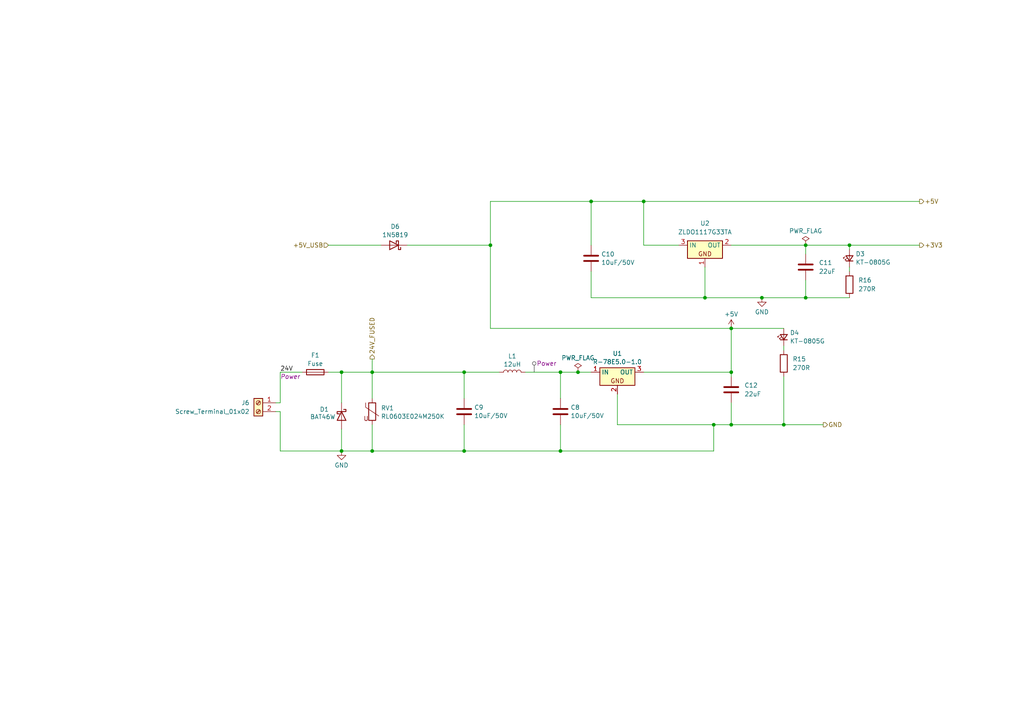
<source format=kicad_sch>
(kicad_sch (version 20250114) (generator "eeschema") (generator_version "9.0")
  (paper "A4")
  (lib_symbols
    (symbol "Connector:Screw_Terminal_01x02" (pin_names (offset 1.016) (hide yes))
      (property "Reference" "J" (at 0 2.54 0))
      (property "Value" "Screw_Terminal_01x02" (at 0 -5.08 0))
      (symbol "Screw_Terminal_01x02_1_1"
        (rectangle (start -1.27 1.27) (end 1.27 -3.81) (stroke (width 0.254)) (fill (type background)))
        (polyline (pts (xy -0.5334 0.3302) (xy 0.3302 -0.508)) (stroke (width 0.1524)))
        (polyline (pts (xy -0.5334 -2.2098) (xy 0.3302 -3.048)) (stroke (width 0.1524)))
        (polyline (pts (xy -0.3556 0.508) (xy 0.508 -0.3302)) (stroke (width 0.1524)))
        (polyline (pts (xy -0.3556 -2.032) (xy 0.508 -2.8702)) (stroke (width 0.1524)))
        (circle (center 0 0) (radius 0.635) (stroke (width 0.1524)))
        (circle (center 0 -2.54) (radius 0.635) (stroke (width 0.1524)))
        (pin passive line (at -5.08 0 0) (length 3.81) (name "Pin_1") (number "1"))
        (pin passive line (at -5.08 -2.54 0) (length 3.81) (name "Pin_2") (number "2"))
      )
    )
    (symbol "Device:C" (pin_numbers (hide yes)) (pin_names (offset 0.254))
      (property "Reference" "C" (at 0.635 2.54 0))
      (property "Value" "C" (at 0.635 -2.54 0))
      (symbol "C_0_1"
        (polyline (pts (xy -2.032 0.762) (xy 2.032 0.762)) (stroke (width 0.508)))
        (polyline (pts (xy -2.032 -0.762) (xy 2.032 -0.762)) (stroke (width 0.508)))
      )
      (symbol "C_1_1"
        (pin passive line (at 0 3.81 270) (length 2.794) (name "~") (number "1"))
        (pin passive line (at 0 -3.81 90) (length 2.794) (name "~") (number "2"))
      )
    )
    (symbol "Device:D_Schottky" (pin_numbers (hide yes)) (pin_names (offset 1.016) (hide yes))
      (property "Reference" "D" (at 0 2.54 0))
      (property "Value" "D_Schottky" (at 0 -2.54 0))
      (symbol "D_Schottky_0_1"
        (polyline (pts (xy -1.905 0.635) (xy -1.905 1.27) (xy -1.27 1.27) (xy -1.27 -1.27) (xy -0.635 -1.27) (xy -0.635 -0.635)) (stroke (width 0.254)))
        (polyline (pts (xy 1.27 1.27) (xy 1.27 -1.27) (xy -1.27 0) (xy 1.27 1.27)) (stroke (width 0.254)))
        (polyline (pts (xy 1.27 0) (xy -1.27 0)))
      )
      (symbol "D_Schottky_1_1"
        (pin passive line (at -3.81 0 0) (length 2.54) (name "K") (number "1"))
        (pin passive line (at 3.81 0 180) (length 2.54) (name "A") (number "2"))
      )
    )
    (symbol "Device:Fuse" (pin_numbers (hide yes)) (pin_names (offset 0))
      (property "Reference" "F" (at 2.032 0 90))
      (property "Value" "Fuse" (at -1.905 0 90))
      (symbol "Fuse_0_1"
        (rectangle (start -0.762 -2.54) (end 0.762 2.54) (stroke (width 0.254)))
        (polyline (pts (xy 0 2.54) (xy 0 -2.54)))
      )
      (symbol "Fuse_1_1"
        (pin passive line (at 0 3.81 270) (length 1.27) (name "~") (number "1"))
        (pin passive line (at 0 -3.81 90) (length 1.27) (name "~") (number "2"))
      )
    )
    (symbol "Device:L" (pin_numbers (hide yes)) (pin_names (offset 1.016) (hide yes))
      (property "Reference" "L" (at -1.27 0 90))
      (property "Value" "L" (at 1.905 0 90))
      (symbol "L_0_1"
        (arc (start 0 2.54) (mid 0.6323 1.905) (end 0 1.27))
        (arc (start 0 1.27) (mid 0.6323 0.635) (end 0 0))
        (arc (start 0 0) (mid 0.6323 -0.635) (end 0 -1.27))
        (arc (start 0 -1.27) (mid 0.6323 -1.905) (end 0 -2.54))
      )
      (symbol "L_1_1"
        (pin passive line (at 0 3.81 270) (length 1.27) (name "1") (number "1"))
        (pin passive line (at 0 -3.81 90) (length 1.27) (name "2") (number "2"))
      )
    )
    (symbol "Device:LED_Small" (pin_numbers (hide yes)) (pin_names (offset 0.254) (hide yes))
      (property "Reference" "D" (at -1.27 3.175 0))
      (property "Value" "LED_Small" (at -4.445 -2.54 0))
      (symbol "LED_Small_0_1"
        (polyline (pts (xy -0.762 -1.016) (xy -0.762 1.016)) (stroke (width 0.254)))
        (polyline (pts (xy 0 0.762) (xy -0.508 1.27) (xy -0.254 1.27) (xy -0.508 1.27) (xy -0.508 1.016)))
        (polyline (pts (xy 0.508 1.27) (xy 0 1.778) (xy 0.254 1.778) (xy 0 1.778) (xy 0 1.524)))
        (polyline (pts (xy 0.762 -1.016) (xy -0.762 0) (xy 0.762 1.016) (xy 0.762 -1.016)) (stroke (width 0.254)))
        (polyline (pts (xy 1.016 0) (xy -0.762 0)))
      )
      (symbol "LED_Small_1_1"
        (pin passive line (at -2.54 0 0) (length 1.778) (name "K") (number "1"))
        (pin passive line (at 2.54 0 180) (length 1.778) (name "A") (number "2"))
      )
    )
    (symbol "Device:R" (pin_numbers (hide yes)) (pin_names (offset 0))
      (property "Reference" "R" (at 2.032 0 90))
      (property "Value" "R" (at 0 0 90))
      (symbol "R_0_1"
        (rectangle (start -1.016 -2.54) (end 1.016 2.54) (stroke (width 0.254)))
      )
      (symbol "R_1_1"
        (pin passive line (at 0 3.81 270) (length 1.27) (name "~") (number "1"))
        (pin passive line (at 0 -3.81 90) (length 1.27) (name "~") (number "2"))
      )
    )
    (symbol "Device:Varistor" (pin_numbers (hide yes)) (pin_names (offset 0))
      (property "Reference" "RV" (at 3.175 0 90))
      (property "Value" "Varistor" (at -3.175 0 90))
      (symbol "Varistor_0_0"
        (text "U" (at -1.778 -2.032 0) (effects (font (size 1.27 1.27))))
      )
      (symbol "Varistor_0_1"
        (polyline (pts (xy -1.905 2.54) (xy -1.905 1.27) (xy 1.905 -1.27)))
        (rectangle (start -1.016 -2.54) (end 1.016 2.54) (stroke (width 0.254)))
      )
      (symbol "Varistor_1_1"
        (pin passive line (at 0 3.81 270) (length 1.27) (name "~") (number "1"))
        (pin passive line (at 0 -3.81 90) (length 1.27) (name "~") (number "2"))
      )
    )
    (symbol "Diode:1N5819" (pin_numbers (hide yes)) (pin_names (offset 1.016) (hide yes))
      (property "Reference" "D" (at 0 2.54 0))
      (property "Value" "1N5819" (at 0 -2.54 0))
      (symbol "1N5819_0_1"
        (polyline (pts (xy -1.905 0.635) (xy -1.905 1.27) (xy -1.27 1.27) (xy -1.27 -1.27) (xy -0.635 -1.27) (xy -0.635 -0.635)) (stroke (width 0.254)))
        (polyline (pts (xy 1.27 1.27) (xy 1.27 -1.27) (xy -1.27 0) (xy 1.27 1.27)) (stroke (width 0.254)))
        (polyline (pts (xy 1.27 0) (xy -1.27 0)))
      )
      (symbol "1N5819_1_1"
        (pin passive line (at -3.81 0 0) (length 2.54) (name "K") (number "1"))
        (pin passive line (at 3.81 0 180) (length 2.54) (name "A") (number "2"))
      )
    )
    (symbol "PCM_Voltage_Regulator_AKL:LM7805CT"
      (property "Reference" "U" (at 0 6.35 0))
      (property "Value" "LM7805CT" (at 0 3.81 0))
      (symbol "LM7805CT_0_0"
        (rectangle (start -5.08 1.27) (end 5.08 -3.81) (stroke (width 0.254)) (fill (type background)))
        (text "GND" (at 0 -2.54 0) (effects (font (size 1.27 1.27))))
      )
      (symbol "LM7805CT_1_1"
        (pin power_in line (at -7.62 0 0) (length 2.54) (name "IN") (number "1"))
        (pin power_in line (at 0 -6.35 90) (length 2.54) (name "~") (number "2"))
        (pin power_out line (at 7.62 0 180) (length 2.54) (name "OUT") (number "3"))
      )
    )
    (symbol "PCM_Voltage_Regulator_AKL:ZLDO1117G33TA"
      (property "Reference" "U" (at 0 6.35 0))
      (property "Value" "ZLDO1117G33TA" (at 0 3.81 0))
      (symbol "ZLDO1117G33TA_0_0"
        (rectangle (start -5.08 1.27) (end 5.08 -3.81) (stroke (width 0.254)) (fill (type background)))
        (text "GND" (at 0 -2.54 0) (effects (font (size 1.27 1.27))))
      )
      (symbol "ZLDO1117G33TA_1_1"
        (pin power_in line (at -7.62 0 0) (length 2.54) (name "IN") (number "3"))
        (pin power_in line (at 0 -6.35 90) (length 2.54) (name "~") (number "1"))
        (pin power_out line (at 7.62 0 180) (length 2.54) (name "OUT") (number "2"))
      )
    )
    (symbol "power:+5V" (power) (pin_numbers (hide yes)) (pin_names (offset 0) (hide yes))
      (property "Value" "+5V" (at 0 3.556 0))
      (symbol "+5V_0_1"
        (polyline (pts (xy -0.762 1.27) (xy 0 2.54)))
        (polyline (pts (xy 0 2.54) (xy 0.762 1.27)))
        (polyline (pts (xy 0 0) (xy 0 2.54)))
      )
      (symbol "+5V_1_1"
        (pin power_in line (at 0 0 90) (length 0) (name "~") (number "1"))
      )
    )
    (symbol "power:GND" (power) (pin_numbers (hide yes)) (pin_names (offset 0) (hide yes))
      (property "Value" "GND" (at 0 -3.81 0))
      (symbol "GND_0_1"
        (polyline (pts (xy 0 0) (xy 0 -1.27) (xy 1.27 -1.27) (xy 0 -2.54) (xy -1.27 -1.27) (xy 0 -1.27)))
      )
      (symbol "GND_1_1"
        (pin power_in line (at 0 0 270) (length 0) (name "~") (number "1"))
      )
    )
    (symbol "power:PWR_FLAG" (power) (pin_numbers (hide yes)) (pin_names (offset 0) (hide yes))
      (property "Value" "PWR_FLAG" (at 0 3.81 0))
      (symbol "PWR_FLAG_0_0"
        (pin power_out line (at 0 0 90) (length 0) (name "~") (number "1"))
      )
      (symbol "PWR_FLAG_0_1"
        (polyline (pts (xy 0 0) (xy 0 1.27) (xy -1.016 1.905) (xy 0 2.54) (xy 1.016 1.905) (xy 0 1.27)))
      )
    )
  )
  (junction (at 162.56 107.95))
  (junction (at 107.95 107.95))
  (junction (at 107.95 130.81))
  (junction (at 212.09 95.25))
  (junction (at 134.62 107.95))
  (junction (at 233.68 71.12))
  (junction (at 207.01 123.19))
  (junction (at 212.09 123.19))
  (junction (at 186.69 58.42))
  (junction (at 167.64 107.95))
  (junction (at 212.09 107.95))
  (junction (at 142.24 71.12))
  (junction (at 246.38 71.12))
  (junction (at 220.98 86.36))
  (junction (at 204.47 86.36))
  (junction (at 99.06 130.81))
  (junction (at 171.45 58.42))
  (junction (at 227.33 123.19))
  (junction (at 233.68 86.36))
  (junction (at 99.06 107.95))
  (junction (at 134.62 130.81))
  (junction (at 162.56 130.81))
  (wire (pts (xy 81.28 119.38) (xy 80.01 119.38)))
  (wire (pts (xy 99.06 107.95) (xy 107.95 107.95)))
  (wire (pts (xy 99.06 124.46) (xy 99.06 130.81)))
  (wire (pts (xy 95.25 71.12) (xy 110.49 71.12)))
  (wire (pts (xy 95.25 107.95) (xy 99.06 107.95)))
  (wire (pts (xy 179.07 114.3) (xy 179.07 123.19)))
  (wire (pts (xy 204.47 86.36) (xy 220.98 86.36)))
  (wire (pts (xy 107.95 130.81) (xy 134.62 130.81)))
  (wire (pts (xy 134.62 123.19) (xy 134.62 130.81)))
  (wire (pts (xy 81.28 119.38) (xy 81.28 130.81)))
  (wire (pts (xy 227.33 109.22) (xy 227.33 123.19)))
  (wire (pts (xy 171.45 86.36) (xy 204.47 86.36)))
  (wire (pts (xy 207.01 123.19) (xy 207.01 130.81)))
  (wire (pts (xy 81.28 116.84) (xy 80.01 116.84)))
  (wire (pts (xy 212.09 107.95) (xy 212.09 109.22)))
  (wire (pts (xy 171.45 58.42) (xy 186.69 58.42)))
  (wire (pts (xy 212.09 95.25) (xy 227.33 95.25)))
  (wire (pts (xy 81.28 107.95) (xy 87.63 107.95)))
  (wire (pts (xy 81.28 130.81) (xy 99.06 130.81)))
  (wire (pts (xy 227.33 100.33) (xy 227.33 101.6)))
  (wire (pts (xy 212.09 123.19) (xy 227.33 123.19)))
  (wire (pts (xy 162.56 107.95) (xy 167.64 107.95)))
  (wire (pts (xy 167.64 107.95) (xy 171.45 107.95)))
  (wire (pts (xy 246.38 71.12) (xy 246.38 72.39)))
  (wire (pts (xy 186.69 71.12) (xy 186.69 58.42)))
  (wire (pts (xy 142.24 58.42) (xy 171.45 58.42)))
  (wire (pts (xy 246.38 86.36) (xy 233.68 86.36)))
  (wire (pts (xy 162.56 123.19) (xy 162.56 130.81)))
  (wire (pts (xy 212.09 116.84) (xy 212.09 123.19)))
  (wire (pts (xy 186.69 107.95) (xy 212.09 107.95)))
  (wire (pts (xy 233.68 71.12) (xy 246.38 71.12)))
  (wire (pts (xy 152.4 107.95) (xy 162.56 107.95)))
  (wire (pts (xy 246.38 71.12) (xy 266.7 71.12)))
  (wire (pts (xy 142.24 95.25) (xy 142.24 71.12)))
  (wire (pts (xy 233.68 86.36) (xy 220.98 86.36)))
  (wire (pts (xy 233.68 81.28) (xy 233.68 86.36)))
  (wire (pts (xy 171.45 78.74) (xy 171.45 86.36)))
  (wire (pts (xy 81.28 107.95) (xy 81.28 116.84)))
  (wire (pts (xy 162.56 130.81) (xy 207.01 130.81)))
  (wire (pts (xy 118.11 71.12) (xy 142.24 71.12)))
  (wire (pts (xy 107.95 107.95) (xy 107.95 115.57)))
  (wire (pts (xy 134.62 107.95) (xy 134.62 115.57)))
  (wire (pts (xy 186.69 58.42) (xy 266.7 58.42)))
  (wire (pts (xy 204.47 77.47) (xy 204.47 86.36)))
  (wire (pts (xy 171.45 58.42) (xy 171.45 71.12)))
  (wire (pts (xy 196.85 71.12) (xy 186.69 71.12)))
  (wire (pts (xy 246.38 77.47) (xy 246.38 78.74)))
  (wire (pts (xy 179.07 123.19) (xy 207.01 123.19)))
  (wire (pts (xy 142.24 95.25) (xy 212.09 95.25)))
  (wire (pts (xy 99.06 107.95) (xy 99.06 116.84)))
  (wire (pts (xy 134.62 130.81) (xy 162.56 130.81)))
  (wire (pts (xy 227.33 123.19) (xy 238.76 123.19)))
  (wire (pts (xy 107.95 104.14) (xy 107.95 107.95)))
  (wire (pts (xy 212.09 123.19) (xy 207.01 123.19)))
  (wire (pts (xy 212.09 71.12) (xy 233.68 71.12)))
  (wire (pts (xy 233.68 71.12) (xy 233.68 73.66)))
  (wire (pts (xy 212.09 107.95) (xy 212.09 95.25)))
  (wire (pts (xy 134.62 107.95) (xy 144.78 107.95)))
  (wire (pts (xy 162.56 107.95) (xy 162.56 115.57)))
  (wire (pts (xy 107.95 107.95) (xy 134.62 107.95)))
  (wire (pts (xy 99.06 130.81) (xy 107.95 130.81)))
  (wire (pts (xy 142.24 58.42) (xy 142.24 71.12)))
  (wire (pts (xy 107.95 123.19) (xy 107.95 130.81)))
  (label "24V" (at 81.28 107.95 0) (property "Netclass" "Power" (at 81.28 109.22 0) (effects (font (italic yes)) (justify left))))
  (hierarchical_label "24V_FUSED" (shape output) (at 107.95 104.14 90))
  (hierarchical_label "+5V_USB" (shape input) (at 95.25 71.12 180))
  (hierarchical_label "GND" (shape output) (at 238.76 123.19 0))
  (hierarchical_label "+5V" (shape output) (at 266.7 58.42 0))
  (hierarchical_label "+3V3" (shape output) (at 266.7 71.12 0))
  (netclass_flag "" (length 2.54) (shape round) (at 154.94 107.95 0) (property "Netclass" "Power" (at 155.6385 105.41 0) (effects (justify left))))
  (symbol (lib_id "Device:Fuse") (at 91.44 107.95 90) (unit 1)
    (property "Reference" "F1" (at 91.44 103.0437 90))
    (property "Value" "Fuse" (at 91.44 105.4679 90))
    (property "Footprint" "MyFootprints:FUSE-TH_L24.4-W9.4-P22.60" (effects (hide yes)))
    (property "Description" "Fuse" (effects (hide yes)))
    (property "LCSC Part #" "C717030" (effects (hide yes)))
  )
  (symbol (lib_id "Device:D_Schottky") (at 99.06 120.65 270) (unit 1)
    (property "Reference" "D1" (at 92.71 118.745 90) (effects (justify left)))
    (property "Value" "BAT46W" (at 89.916 120.904 90) (effects (justify left)))
    (property "Footprint" "Diode_SMD:D_SOD-123" (effects (hide yes)))
    (property "Description" "Schottky diode" (effects (hide yes)))
    (property "LCSC Part #" "C7420332" (effects (hide yes)))
  )
  (symbol (lib_id "Device:C") (at 162.56 119.38 0) (unit 1)
    (property "Reference" "C8" (at 165.481 118.1679 0) (effects (justify left)))
    (property "Value" "10uF/50V" (at 165.481 120.5921 0) (effects (justify left)))
    (property "Footprint" "Capacitor_SMD:C_1206_3216Metric" (effects (hide yes)))
    (property "Description" "Unpolarized capacitor" (effects (hide yes)))
    (property "LCSC Part #" "C13585" (effects (hide yes)))
    (property "MP" "GMC31X7R475K50NT" (effects (hide yes)))
    (property "DIGIKEY Part #" "4713-GMC31X7R475K50NTCT-ND" (effects (hide yes)))
  )
  (symbol (lib_id "Device:R") (at 227.33 105.41 180) (unit 1)
    (property "Reference" "R15" (at 229.87 104.1399 0) (effects (justify right)))
    (property "Value" "270R" (at 229.87 106.6799 0) (effects (justify right)))
    (property "Footprint" "Digikey library:LED_0603" (effects (hide yes)))
    (property "Description" "Resistor" (effects (hide yes)))
    (property "LCSC Part #" "C22966" (effects (hide yes)))
  )
  (symbol (lib_id "power:PWR_FLAG") (at 167.64 107.95 0) (unit 1)
    (property "Reference" "#FLG02" (effects (hide yes)))
    (property "Value" "PWR_FLAG" (at 167.64 103.8169 0))
    (property "Description" "Special symbol for telling ERC where power comes from" (effects (hide yes)))
  )
  (symbol (lib_id "Device:LED_Small") (at 227.33 97.79 90) (unit 1)
    (property "Reference" "D4" (at 229.108 96.5143 90) (effects (justify right)))
    (property "Value" "KT-0805G" (at 229.108 98.9386 90) (effects (justify right)))
    (property "Footprint" "LED_SMD:LED_0805_2012Metric" (effects (hide yes)))
    (property "Description" "Light emitting diode, small symbol" (effects (hide yes)))
    (property "LCSC Part #" "C2297" (effects (hide yes)))
    (property "Sim.Pin" "1=K 2=A" (effects (hide yes)))
  )
  (symbol (lib_id "Device:R") (at 246.38 82.55 180) (unit 1)
    (property "Reference" "R16" (at 248.92 81.2799 0) (effects (justify right)))
    (property "Value" "270R" (at 248.92 83.8199 0) (effects (justify right)))
    (property "Footprint" "Digikey library:LED_0603" (effects (hide yes)))
    (property "Description" "Resistor" (effects (hide yes)))
    (property "LCSC Part #" "C22966" (effects (hide yes)))
  )
  (symbol (lib_id "PCM_Voltage_Regulator_AKL:ZLDO1117G33TA") (at 204.47 71.12 0) (unit 1)
    (property "Reference" "U2" (at 204.47 64.77 0))
    (property "Value" "ZLDO1117G33TA" (at 204.47 67.31 0))
    (property "Footprint" "Package_TO_SOT_SMD:SOT-223-3_TabPin2" (effects (hide yes)))
    (property "Datasheet" "https://www.diodes.com/assets/Datasheets/products_inactive_data/ZLDO1117.pdf" (effects (hide yes)))
    (property "Description" "SOT-223 3.3V 1A Low Dropout Voltage Regulator, Alternate KiCad Library" (effects (hide yes)))
    (property "LCSC Part #" "C92102" (effects (hide yes)))
  )
  (symbol (lib_id "power:GND") (at 220.98 86.36 0) (unit 1)
    (property "Reference" "#PWR021" (effects (hide yes)))
    (property "Value" "GND" (at 220.98 90.4931 0))
    (property "Description" "Power symbol creates a global label with name \"GND\" , ground" (effects (hide yes)))
  )
  (symbol (lib_id "Device:LED_Small") (at 246.38 74.93 90) (unit 1)
    (property "Reference" "D3" (at 248.158 73.6543 90) (effects (justify right)))
    (property "Value" "KT-0805G" (at 248.158 76.0786 90) (effects (justify right)))
    (property "Footprint" "LED_SMD:LED_0805_2012Metric" (effects (hide yes)))
    (property "Description" "Light emitting diode, small symbol" (effects (hide yes)))
    (property "LCSC Part #" "C2297" (effects (hide yes)))
    (property "Sim.Pin" "1=K 2=A" (effects (hide yes)))
  )
  (symbol (lib_id "power:PWR_FLAG") (at 233.68 71.12 0) (unit 1)
    (property "Reference" "#FLG03" (effects (hide yes)))
    (property "Value" "PWR_FLAG" (at 233.68 66.9869 0))
    (property "Description" "Special symbol for telling ERC where power comes from" (effects (hide yes)))
  )
  (symbol (lib_id "Connector:Screw_Terminal_01x02") (at 74.93 116.84 0) (mirror y) (unit 1)
    (property "Reference" "J6" (at 72.39 116.8399 0) (effects (justify left)))
    (property "Value" "Screw_Terminal_01x02" (at 72.39 119.3799 0) (effects (justify left)))
    (property "Footprint" "TerminalBlock_Phoenix:TerminalBlock_Phoenix_MKDS-1,5-2-5.08_1x02_P5.08mm_Horizontal" (effects (hide yes)))
    (property "Description" "Generic screw terminal, single row, 01x02, script generated (kicad-library-utils/schlib/autogen/connector/)" (effects (hide yes)))
    (property "LCSC Part #" "C2915639" (effects (hide yes)))
  )
  (symbol (lib_id "Device:C") (at 171.45 74.93 0) (unit 1)
    (property "Reference" "C10" (at 174.371 73.7179 0) (effects (justify left)))
    (property "Value" "10uF/50V" (at 174.371 76.1421 0) (effects (justify left)))
    (property "Footprint" "Capacitor_SMD:C_1206_3216Metric" (effects (hide yes)))
    (property "Description" "Unpolarized capacitor" (effects (hide yes)))
    (property "LCSC Part #" "C13585" (effects (hide yes)))
    (property "MP" "GMC31X7R475K50NT" (effects (hide yes)))
    (property "DIGIKEY Part #" "4713-GMC31X7R475K50NTCT-ND" (effects (hide yes)))
  )
  (symbol (lib_id "Device:Varistor") (at 107.95 119.38 0) (unit 1)
    (property "Reference" "RV1" (at 110.49 118.3612 0) (effects (justify left)))
    (property "Value" "RL0603E024M250K" (at 110.49 120.7854 0) (effects (justify left)))
    (property "Footprint" "Diode_SMD:D_0603_1608Metric" (effects (hide yes)))
    (property "Description" "Voltage dependent resistor" (effects (hide yes)))
    (property "Sim.Name" "kicad_builtin_varistor" (effects (hide yes)))
    (property "Sim.Device" "SUBCKT" (effects (hide yes)))
    (property "Sim.Pins" "1=A 2=B" (effects (hide yes)))
    (property "Sim.Params" "threshold=1k" (effects (hide yes)))
    (property "Sim.Library" "${KICAD9_SYMBOL_DIR}/Simulation_SPICE.sp" (effects (hide yes)))
    (property "LCSC Part #" "C20966" (effects (hide yes)))
  )
  (symbol (lib_id "Device:L") (at 148.59 107.95 90) (unit 1)
    (property "Reference" "L1" (at 148.59 103.3004 90))
    (property "Value" "12uH" (at 148.59 105.664 90))
    (property "Footprint" "MyFootprints:IND_ASPI-6045S-120M-T" (effects (hide yes)))
    (property "Description" "Inductor" (effects (hide yes)))
    (property "LCSC Part #" "C168077" (effects (hide yes)))
  )
  (symbol (lib_id "PCM_Voltage_Regulator_AKL:LM7805CT") (at 179.07 107.95 0) (unit 1)
    (property "Reference" "U1" (at 179.07 102.5355 0))
    (property "Value" "R-78E5.0-1.0" (at 179.07 104.9598 0))
    (property "Footprint" "MyFootprints:PWRM-TH_K78XX-500R3" (effects (hide yes)))
    (property "Datasheet" "https://datasheet.octopart.com/LM7805CT-Fairchild-datasheet-5337151.pdf" (effects (hide yes)))
    (property "Description" "TO-220 5V 1A 3-terminal voltage regulator, Alternate KiCad Library" (effects (hide yes)))
    (property "LCSC Part #" "C22371890" (effects (hide yes)))
  )
  (symbol (lib_id "power:+5V") (at 212.09 95.25 0) (unit 1)
    (property "Reference" "#PWR020" (effects (hide yes)))
    (property "Value" "+5V" (at 212.09 91.1169 0))
    (property "Description" "Power symbol creates a global label with name \"+5V\"" (effects (hide yes)))
  )
  (symbol (lib_id "Device:C") (at 212.09 113.03 0) (unit 1)
    (property "Reference" "C12" (at 215.9 111.7599 0) (effects (justify left)))
    (property "Value" "22uF" (at 215.9 114.2999 0) (effects (justify left)))
    (property "Footprint" "Capacitor_SMD:C_1206_3216Metric" (effects (hide yes)))
    (property "Description" "Unpolarized capacitor" (effects (hide yes)))
    (property "LCSC Part #" "C12891" (effects (hide yes)))
  )
  (symbol (lib_id "Device:C") (at 233.68 77.47 0) (unit 1)
    (property "Reference" "C11" (at 237.49 76.1999 0) (effects (justify left)))
    (property "Value" "22uF" (at 237.49 78.7399 0) (effects (justify left)))
    (property "Footprint" "Capacitor_SMD:C_1206_3216Metric" (effects (hide yes)))
    (property "Description" "Unpolarized capacitor" (effects (hide yes)))
    (property "LCSC Part #" "C12891" (effects (hide yes)))
  )
  (symbol (lib_id "Diode:1N5819") (at 114.3 71.12 180) (unit 1)
    (property "Reference" "D6" (at 114.6175 65.7057 0))
    (property "Value" "1N5819" (at 114.6175 68.1299 0))
    (property "Footprint" "Diode_SMD:D_SOD-323_HandSoldering" (effects (hide yes)))
    (property "Datasheet" "http://www.vishay.com/docs/88525/1n5817.pdf" (effects (hide yes)))
    (property "Description" "40V 1A Schottky Barrier Rectifier Diode, DO-41" (effects (hide yes)))
    (property "LCSC Part #" "C191023" (effects (hide yes)))
  )
  (symbol (lib_id "power:GND") (at 99.06 130.81 0) (unit 1)
    (property "Reference" "#PWR017" (effects (hide yes)))
    (property "Value" "GND" (at 99.06 134.9431 0))
    (property "Description" "Power symbol creates a global label with name \"GND\" , ground" (effects (hide yes)))
  )
  (symbol (lib_id "Device:C") (at 134.62 119.38 0) (unit 1)
    (property "Reference" "C9" (at 137.541 118.1679 0) (effects (justify left)))
    (property "Value" "10uF/50V" (at 137.541 120.5921 0) (effects (justify left)))
    (property "Footprint" "Capacitor_SMD:C_1206_3216Metric" (effects (hide yes)))
    (property "Description" "Unpolarized capacitor" (effects (hide yes)))
    (property "LCSC Part #" "C13585" (effects (hide yes)))
    (property "MP" "GMC31X7R475K50NT" (effects (hide yes)))
    (property "DIGIKEY Part #" "4713-GMC31X7R475K50NTCT-ND" (effects (hide yes)))
  )
)
</source>
